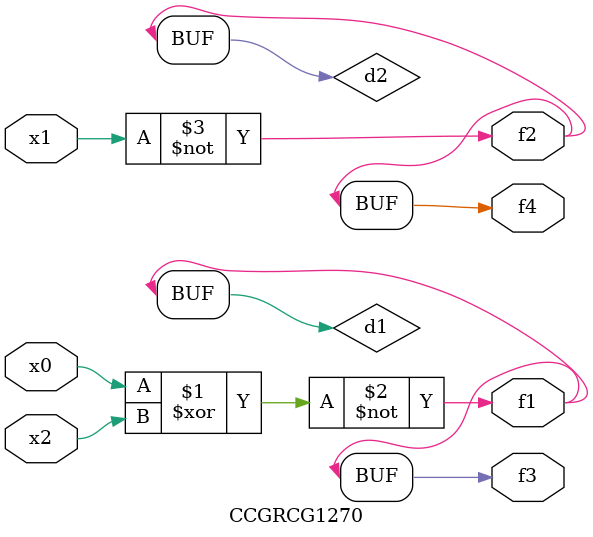
<source format=v>
module CCGRCG1270(
	input x0, x1, x2,
	output f1, f2, f3, f4
);

	wire d1, d2, d3;

	xnor (d1, x0, x2);
	nand (d2, x1);
	nor (d3, x1, x2);
	assign f1 = d1;
	assign f2 = d2;
	assign f3 = d1;
	assign f4 = d2;
endmodule

</source>
